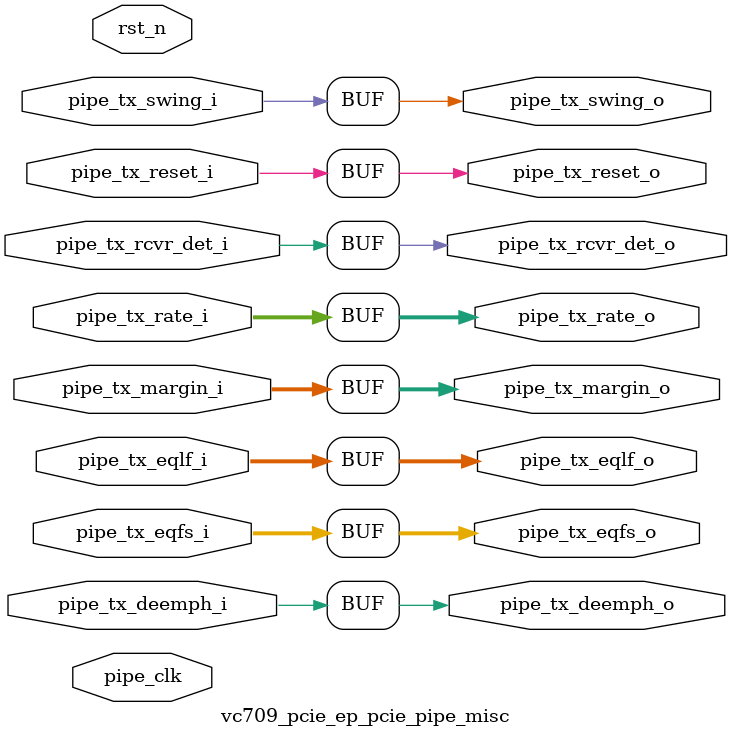
<source format=v>

`timescale 1ps/1ps

module vc709_pcie_ep_pcie_pipe_misc #
(
  parameter        TCQ = 100,
  parameter        PIPE_PIPELINE_STAGES = 0    // 0 - 0 stages, 1 - 1 stage, 2 - 2 stages
) (

  input   wire        pipe_tx_rcvr_det_i      ,     // PIPE Tx Receiver Detect
  input   wire        pipe_tx_reset_i         ,     // PIPE Tx Reset
  input   wire [1:0]  pipe_tx_rate_i          ,     // PIPE Tx Rate
  input   wire        pipe_tx_deemph_i        ,     // PIPE Tx Deemphasis
  input   wire [2:0]  pipe_tx_margin_i        ,     // PIPE Tx Margin
  input   wire        pipe_tx_swing_i         ,     // PIPE Tx Swing
  input   wire [5:0]  pipe_tx_eqfs_i          ,     // PIPE Tx
  input   wire [5:0]  pipe_tx_eqlf_i          ,     // PIPE Tx
  output  wire        pipe_tx_rcvr_det_o      ,     // Pipelined PIPE Tx Receiver Detect
  output  wire        pipe_tx_reset_o         ,     // Pipelined PIPE Tx Reset
  output  wire [1:0]  pipe_tx_rate_o          ,     // Pipelined PIPE Tx Rate
  output  wire        pipe_tx_deemph_o        ,     // Pipelined PIPE Tx Deemphasis
  output  wire [2:0]  pipe_tx_margin_o        ,     // Pipelined PIPE Tx Margin
  output  wire        pipe_tx_swing_o         ,     // Pipelined PIPE Tx Swing
  output wire [5:0]  pipe_tx_eqfs_o           ,     // PIPE Tx
  output wire [5:0]  pipe_tx_eqlf_o           ,     // PIPE Tx

  input   wire        pipe_clk                ,     // PIPE Clock
  input   wire        rst_n                         // Reset
);

  //******************************************************************//
  // Reality check.                                                   //
  //******************************************************************//

  reg                pipe_tx_rcvr_det_q       ;
  reg                pipe_tx_reset_q          ;
  reg [1:0]          pipe_tx_rate_q           ;
  reg                pipe_tx_deemph_q         ;
  reg [2:0]          pipe_tx_margin_q         ;
  reg                pipe_tx_swing_q          ;
  reg                pipe_tx_eqfs_q          ;
  reg                pipe_tx_eqlf_q          ;

  reg                pipe_tx_rcvr_det_qq      ;
  reg                pipe_tx_reset_qq         ;
  reg [1:0]          pipe_tx_rate_qq          ;
  reg                pipe_tx_deemph_qq        ;
  reg [2:0]          pipe_tx_margin_qq        ;
  reg                pipe_tx_swing_qq         ;
  reg                pipe_tx_eqfs_qq          ;
  reg                pipe_tx_eqlf_qq          ;


  generate

  if (PIPE_PIPELINE_STAGES == 0) begin : pipe_stages_0

      assign pipe_tx_rcvr_det_o = pipe_tx_rcvr_det_i;
      assign pipe_tx_reset_o    = pipe_tx_reset_i;
      assign pipe_tx_rate_o     = pipe_tx_rate_i;
      assign pipe_tx_deemph_o   = pipe_tx_deemph_i;
      assign pipe_tx_margin_o   = pipe_tx_margin_i;
      assign pipe_tx_swing_o    = pipe_tx_swing_i;
      assign pipe_tx_eqfs_o     = pipe_tx_eqfs_i;
      assign pipe_tx_eqlf_o     = pipe_tx_eqlf_i;

  end // if (PIPE_PIPELINE_STAGES == 0)
  else if (PIPE_PIPELINE_STAGES == 1) begin : pipe_stages_1

    always @(posedge pipe_clk) begin

      if (!rst_n)
      begin

        pipe_tx_rcvr_det_q <= #TCQ 1'b0;
        pipe_tx_reset_q    <= #TCQ 1'b1;
        pipe_tx_rate_q     <= #TCQ 2'b0;
        pipe_tx_deemph_q   <= #TCQ 1'b1;
        pipe_tx_margin_q   <= #TCQ 3'b0;
        pipe_tx_swing_q    <= #TCQ 1'b0;
        pipe_tx_eqfs_q     <= #TCQ 5'b0;
        pipe_tx_eqlf_q     <= #TCQ 5'b0;

      end
      else
      begin

        pipe_tx_rcvr_det_q <= #TCQ pipe_tx_rcvr_det_i;
        pipe_tx_reset_q    <= #TCQ pipe_tx_reset_i;
        pipe_tx_rate_q     <= #TCQ pipe_tx_rate_i;
        pipe_tx_deemph_q   <= #TCQ pipe_tx_deemph_i;
        pipe_tx_margin_q   <= #TCQ pipe_tx_margin_i;
        pipe_tx_swing_q    <= #TCQ pipe_tx_swing_i;
        pipe_tx_eqfs_q     <= #TCQ pipe_tx_eqfs_i;
        pipe_tx_eqlf_q     <= #TCQ pipe_tx_eqlf_i;

      end

    end

    assign pipe_tx_rcvr_det_o = pipe_tx_rcvr_det_q;
    assign pipe_tx_reset_o    = pipe_tx_reset_q;
    assign pipe_tx_rate_o     = pipe_tx_rate_q;
    assign pipe_tx_deemph_o   = pipe_tx_deemph_q;
    assign pipe_tx_margin_o   = pipe_tx_margin_q;
    assign pipe_tx_swing_o    = pipe_tx_swing_q;
    assign pipe_tx_eqfs_o     = pipe_tx_eqfs_q;
    assign pipe_tx_eqlf_o     = pipe_tx_eqlf_q;

  end // if (PIPE_PIPELINE_STAGES == 1)
  else if (PIPE_PIPELINE_STAGES == 2) begin : pipe_stages_2

    always @(posedge pipe_clk) begin

      if (!rst_n)
      begin

        pipe_tx_rcvr_det_q  <= #TCQ 1'b0;
        pipe_tx_reset_q     <= #TCQ 1'b1;
        pipe_tx_rate_q      <= #TCQ 2'b0;
        pipe_tx_deemph_q    <= #TCQ 1'b1;
        pipe_tx_margin_q    <= #TCQ 1'b0;
        pipe_tx_swing_q     <= #TCQ 1'b0;
        pipe_tx_eqfs_q      <= #TCQ 5'b0;
        pipe_tx_eqlf_q      <= #TCQ 5'b0;

        pipe_tx_rcvr_det_qq <= #TCQ 1'b0;
        pipe_tx_reset_qq    <= #TCQ 1'b1;
        pipe_tx_rate_qq     <= #TCQ 2'b0;
        pipe_tx_deemph_qq   <= #TCQ 1'b1;
        pipe_tx_margin_qq   <= #TCQ 1'b0;
        pipe_tx_swing_qq    <= #TCQ 1'b0;
        pipe_tx_eqfs_qq     <= #TCQ 5'b0;
        pipe_tx_eqlf_qq     <= #TCQ 5'b0;

      end
      else
      begin

        pipe_tx_rcvr_det_q  <= #TCQ pipe_tx_rcvr_det_i;
        pipe_tx_reset_q     <= #TCQ pipe_tx_reset_i;
        pipe_tx_rate_q      <= #TCQ pipe_tx_rate_i;
        pipe_tx_deemph_q    <= #TCQ pipe_tx_deemph_i;
        pipe_tx_margin_q    <= #TCQ pipe_tx_margin_i;
        pipe_tx_swing_q     <= #TCQ pipe_tx_swing_i;
        pipe_tx_eqfs_q      <= #TCQ pipe_tx_eqfs_i;
        pipe_tx_eqlf_q      <= #TCQ pipe_tx_eqlf_i;

        pipe_tx_rcvr_det_qq <= #TCQ pipe_tx_rcvr_det_q;
        pipe_tx_reset_qq    <= #TCQ pipe_tx_reset_q;
        pipe_tx_rate_qq     <= #TCQ pipe_tx_rate_q;
        pipe_tx_deemph_qq   <= #TCQ pipe_tx_deemph_q;
        pipe_tx_margin_qq   <= #TCQ pipe_tx_margin_q;
        pipe_tx_swing_qq    <= #TCQ pipe_tx_swing_q;
        pipe_tx_eqfs_qq     <= #TCQ pipe_tx_eqfs_q;
        pipe_tx_eqlf_qq     <= #TCQ pipe_tx_eqlf_q;

      end

    end

    assign pipe_tx_rcvr_det_o = pipe_tx_rcvr_det_qq;
    assign pipe_tx_reset_o    = pipe_tx_reset_qq;
    assign pipe_tx_rate_o     = pipe_tx_rate_qq;
    assign pipe_tx_deemph_o   = pipe_tx_deemph_qq;
    assign pipe_tx_margin_o   = pipe_tx_margin_qq;
    assign pipe_tx_swing_o    = pipe_tx_swing_qq;
    assign pipe_tx_eqfs_o     = pipe_tx_eqfs_qq;
    assign pipe_tx_eqlf_o     = pipe_tx_eqlf_qq;

  end // if (PIPE_PIPELINE_STAGES == 2)

  // Default to zero pipeline stages if PIPE_PIPELINE_STAGES != 0,1,2
  else begin
    assign pipe_tx_rcvr_det_o = pipe_tx_rcvr_det_i;
    assign pipe_tx_reset_o    = pipe_tx_reset_i;
    assign pipe_tx_rate_o     = pipe_tx_rate_i;
    assign pipe_tx_deemph_o   = pipe_tx_deemph_i;
    assign pipe_tx_margin_o   = pipe_tx_margin_i;
    assign pipe_tx_swing_o    = pipe_tx_swing_i;
    assign pipe_tx_eqfs_o     = pipe_tx_eqfs_i;
    assign pipe_tx_eqlf_o     = pipe_tx_eqlf_i;
  end
  endgenerate

endmodule


</source>
